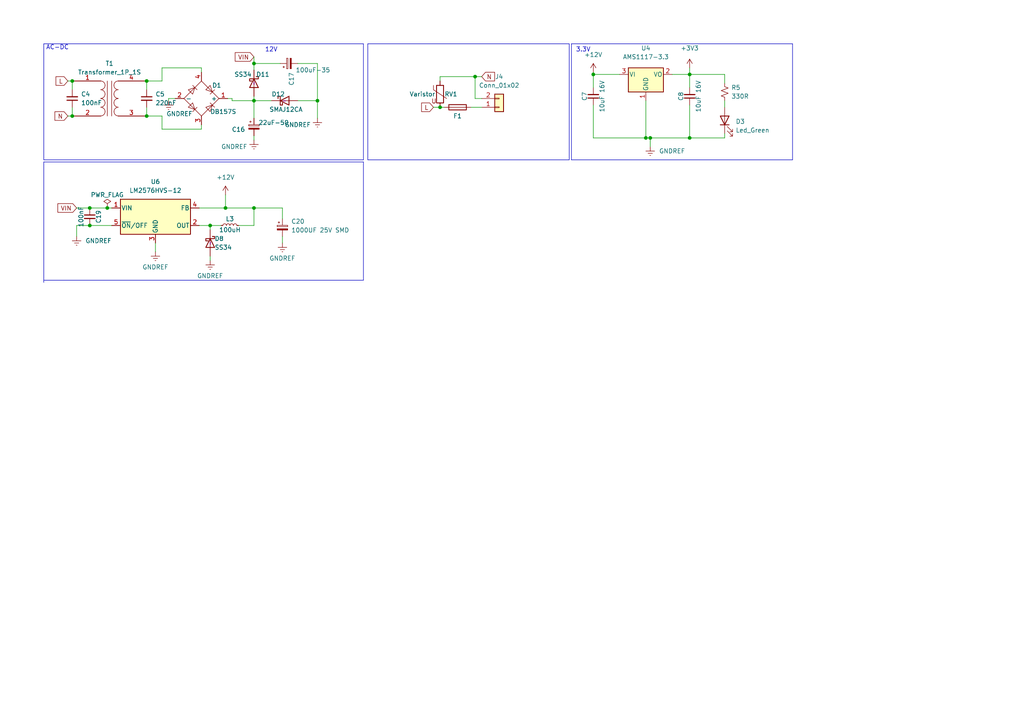
<source format=kicad_sch>
(kicad_sch (version 20230121) (generator eeschema)
  (paper "A4")
  (lib_symbols
    (symbol "Connector_Generic:Conn_01x02" (pin_names (offset 1.016) hide)
      (property "Reference" "J" (at 0 2.54 0))
      (property "Value" "Conn_01x02" (at 0 -5.08 0))
      (symbol "Conn_01x02_1_1"
        (rectangle (start -1.27 -2.413) (end 0 -2.667) (stroke (width 0.1524)))
        (rectangle (start -1.27 0.127) (end 0 -0.127) (stroke (width 0.1524)))
        (rectangle (start -1.27 1.27) (end 1.27 -3.81) (stroke (width 0.254)) (fill (type background)))
        (pin passive line (at -5.08 0 0) (length 3.81) (name "Pin_1") (number "1"))
        (pin passive line (at -5.08 -2.54 0) (length 3.81) (name "Pin_2") (number "2"))
      )
    )
    (symbol "Device:C_Polarized_Small" (pin_numbers hide) (pin_names (offset 0.254) hide)
      (property "Reference" "C" (at 0.254 1.778 0))
      (property "Value" "C_Polarized_Small" (at 0.254 -2.032 0))
      (symbol "C_Polarized_Small_0_1"
        (rectangle (start -1.524 -0.3048) (end 1.524 -0.6858) (fill (type outline)))
        (rectangle (start -1.524 0.6858) (end 1.524 0.3048))
        (polyline (pts (xy -1.27 1.524) (xy -0.762 1.524)))
        (polyline (pts (xy -1.016 1.27) (xy -1.016 1.778)))
      )
      (symbol "C_Polarized_Small_1_1"
        (pin passive line (at 0 2.54 270) (length 1.8542) (name "~") (number "1"))
        (pin passive line (at 0 -2.54 90) (length 1.8542) (name "~") (number "2"))
      )
    )
    (symbol "Device:C_Small" (pin_numbers hide) (pin_names (offset 0.254) hide)
      (property "Reference" "C" (at 0.254 1.778 0))
      (property "Value" "C_Small" (at 0.254 -2.032 0))
      (symbol "C_Small_0_1"
        (polyline (pts (xy -1.524 -0.508) (xy 1.524 -0.508)) (stroke (width 0.3302)))
        (polyline (pts (xy -1.524 0.508) (xy 1.524 0.508)) (stroke (width 0.3048)))
      )
      (symbol "C_Small_1_1"
        (pin passive line (at 0 2.54 270) (length 2.032) (name "~") (number "1"))
        (pin passive line (at 0 -2.54 90) (length 2.032) (name "~") (number "2"))
      )
    )
    (symbol "Device:D_Schottky" (pin_numbers hide) (pin_names (offset 1.016) hide)
      (property "Reference" "D" (at 0 2.54 0))
      (property "Value" "D_Schottky" (at 0 -2.54 0))
      (symbol "D_Schottky_0_1"
        (polyline (pts (xy 1.27 0) (xy -1.27 0)))
        (polyline (pts (xy 1.27 1.27) (xy 1.27 -1.27) (xy -1.27 0) (xy 1.27 1.27)) (stroke (width 0.254)))
        (polyline (pts (xy -1.905 0.635) (xy -1.905 1.27) (xy -1.27 1.27) (xy -1.27 -1.27) (xy -0.635 -1.27) (xy -0.635 -0.635)) (stroke (width 0.254)))
      )
      (symbol "D_Schottky_1_1"
        (pin passive line (at -3.81 0 0) (length 2.54) (name "K") (number "1"))
        (pin passive line (at 3.81 0 180) (length 2.54) (name "A") (number "2"))
      )
    )
    (symbol "Device:Fuse" (pin_numbers hide) (pin_names (offset 0))
      (property "Reference" "F" (at 2.032 0 90))
      (property "Value" "Fuse" (at -1.905 0 90))
      (symbol "Fuse_0_1"
        (rectangle (start -0.762 -2.54) (end 0.762 2.54) (stroke (width 0.254)))
        (polyline (pts (xy 0 2.54) (xy 0 -2.54)))
      )
      (symbol "Fuse_1_1"
        (pin passive line (at 0 3.81 270) (length 1.27) (name "~") (number "1"))
        (pin passive line (at 0 -3.81 90) (length 1.27) (name "~") (number "2"))
      )
    )
    (symbol "Device:LED" (pin_numbers hide) (pin_names (offset 1.016) hide)
      (property "Reference" "D" (at 0 2.54 0))
      (property "Value" "LED" (at 0 -2.54 0))
      (symbol "LED_0_1"
        (polyline (pts (xy -1.27 -1.27) (xy -1.27 1.27)) (stroke (width 0.254)))
        (polyline (pts (xy -1.27 0) (xy 1.27 0)))
        (polyline (pts (xy 1.27 -1.27) (xy 1.27 1.27) (xy -1.27 0) (xy 1.27 -1.27)) (stroke (width 0.254)))
        (polyline (pts (xy -3.048 -0.762) (xy -4.572 -2.286) (xy -3.81 -2.286) (xy -4.572 -2.286) (xy -4.572 -1.524)))
        (polyline (pts (xy -1.778 -0.762) (xy -3.302 -2.286) (xy -2.54 -2.286) (xy -3.302 -2.286) (xy -3.302 -1.524)))
      )
      (symbol "LED_1_1"
        (pin passive line (at -3.81 0 0) (length 2.54) (name "K") (number "1"))
        (pin passive line (at 3.81 0 180) (length 2.54) (name "A") (number "2"))
      )
    )
    (symbol "Device:L_Small" (pin_numbers hide) (pin_names (offset 0.254) hide)
      (property "Reference" "L" (at 0.762 1.016 0))
      (property "Value" "L_Small" (at 0.762 -1.016 0))
      (symbol "L_Small_0_1"
        (arc (start 0 -2.032) (mid 0.5058 -1.524) (end 0 -1.016))
        (arc (start 0 -1.016) (mid 0.5058 -0.508) (end 0 0))
        (arc (start 0 0) (mid 0.5058 0.508) (end 0 1.016))
        (arc (start 0 1.016) (mid 0.5058 1.524) (end 0 2.032))
      )
      (symbol "L_Small_1_1"
        (pin passive line (at 0 2.54 270) (length 0.508) (name "~") (number "1"))
        (pin passive line (at 0 -2.54 90) (length 0.508) (name "~") (number "2"))
      )
    )
    (symbol "Device:R_Small_US" (pin_numbers hide) (pin_names (offset 0.254) hide)
      (property "Reference" "R" (at 0.762 0.508 0))
      (property "Value" "R_Small_US" (at 0.762 -1.016 0))
      (symbol "R_Small_US_1_1"
        (polyline (pts (xy 0 0) (xy 1.016 -0.381) (xy 0 -0.762) (xy -1.016 -1.143) (xy 0 -1.524)))
        (polyline (pts (xy 0 1.524) (xy 1.016 1.143) (xy 0 0.762) (xy -1.016 0.381) (xy 0 0)))
        (pin passive line (at 0 2.54 270) (length 1.016) (name "~") (number "1"))
        (pin passive line (at 0 -2.54 90) (length 1.016) (name "~") (number "2"))
      )
    )
    (symbol "Device:Transformer_1P_1S" (pin_names (offset 1.016) hide)
      (property "Reference" "T" (at 0 6.35 0))
      (property "Value" "Transformer_1P_1S" (at 0 -7.62 0))
      (symbol "Transformer_1P_1S_0_1"
        (arc (start -2.54 -5.0546) (mid -1.6599 -4.6901) (end -1.27 -3.81))
        (arc (start -2.54 -2.5146) (mid -1.6599 -2.1501) (end -1.27 -1.27))
        (arc (start -2.54 0.0254) (mid -1.6599 0.3899) (end -1.27 1.27))
        (arc (start -2.54 2.5654) (mid -1.6599 2.9299) (end -1.27 3.81))
        (arc (start -1.27 -3.81) (mid -1.642 -2.912) (end -2.54 -2.54))
        (arc (start -1.27 -1.27) (mid -1.642 -0.372) (end -2.54 0))
        (arc (start -1.27 1.27) (mid -1.642 2.168) (end -2.54 2.54))
        (arc (start -1.27 3.81) (mid -1.642 4.708) (end -2.54 5.08))
        (polyline (pts (xy -0.635 5.08) (xy -0.635 -5.08)))
        (polyline (pts (xy 0.635 -5.08) (xy 0.635 5.08)))
        (arc (start 1.2954 -1.27) (mid 1.6599 -2.1501) (end 2.54 -2.5146))
        (arc (start 1.2954 1.27) (mid 1.6599 0.3899) (end 2.54 0.0254))
        (arc (start 1.2954 3.81) (mid 1.6599 2.9299) (end 2.54 2.5654))
        (arc (start 1.3208 -3.81) (mid 1.6853 -4.6901) (end 2.5654 -5.0546))
        (arc (start 2.54 0) (mid 1.642 -0.372) (end 1.2954 -1.27))
        (arc (start 2.54 2.54) (mid 1.642 2.168) (end 1.2954 1.27))
        (arc (start 2.54 5.08) (mid 1.642 4.708) (end 1.2954 3.81))
        (arc (start 2.5654 -2.54) (mid 1.6674 -2.912) (end 1.3208 -3.81))
      )
      (symbol "Transformer_1P_1S_1_1"
        (pin passive line (at -10.16 5.08 0) (length 7.62) (name "AA") (number "1"))
        (pin passive line (at -10.16 -5.08 0) (length 7.62) (name "AB") (number "2"))
        (pin passive line (at 10.16 -5.08 180) (length 7.62) (name "SA") (number "3"))
        (pin passive line (at 10.16 5.08 180) (length 7.62) (name "SB") (number "4"))
      )
    )
    (symbol "Device:Varistor" (pin_numbers hide) (pin_names (offset 0))
      (property "Reference" "RV" (at 3.175 0 90))
      (property "Value" "Varistor" (at -3.175 0 90))
      (symbol "Varistor_0_0"
        (text "U" (at -1.778 -2.032 0) (effects (font (size 1.27 1.27))))
      )
      (symbol "Varistor_0_1"
        (rectangle (start -1.016 -2.54) (end 1.016 2.54) (stroke (width 0.254)))
        (polyline (pts (xy -1.905 2.54) (xy -1.905 1.27) (xy 1.905 -1.27)))
      )
      (symbol "Varistor_1_1"
        (pin passive line (at 0 3.81 270) (length 1.27) (name "~") (number "1"))
        (pin passive line (at 0 -3.81 90) (length 1.27) (name "~") (number "2"))
      )
    )
    (symbol "M3SYMBOL:Bridge_Rectifier"
      (property "Reference" "D" (at 5.08 2.54 0))
      (property "Value" "Bridge_Rectifier" (at 7.62 6.35 0))
      (symbol "Bridge_Rectifier_0_1"
        (polyline (pts (xy -2.54 3.81) (xy -1.27 2.54)))
        (polyline (pts (xy -1.27 -2.54) (xy -2.54 -3.81)))
        (polyline (pts (xy 2.54 -1.27) (xy 3.81 -2.54)))
        (polyline (pts (xy 2.54 1.27) (xy 3.81 2.54)))
        (polyline (pts (xy -3.81 2.54) (xy -2.54 1.27) (xy -1.905 3.175) (xy -3.81 2.54)))
        (polyline (pts (xy -2.54 -1.27) (xy -3.81 -2.54) (xy -1.905 -3.175) (xy -2.54 -1.27)))
        (polyline (pts (xy 1.27 2.54) (xy 2.54 3.81) (xy 3.175 1.905) (xy 1.27 2.54)))
        (polyline (pts (xy 3.175 -1.905) (xy 1.27 -2.54) (xy 2.54 -3.81) (xy 3.175 -1.905)))
        (polyline (pts (xy -5.08 0) (xy 0 -5.08) (xy 5.08 0) (xy 0 5.08) (xy -5.08 0)))
      )
      (symbol "Bridge_Rectifier_1_1"
        (pin passive line (at 7.62 0 180) (length 2.54) (name "+") (number "1"))
        (pin passive line (at -7.62 0 0) (length 2.54) (name "-") (number "2"))
        (pin passive line (at 0 -7.62 90) (length 2.54) (name "~") (number "3"))
        (pin passive line (at 0 7.62 270) (length 2.54) (name "~") (number "4"))
      )
    )
    (symbol "PWR_FLAG_1" (power) (pin_numbers hide) (pin_names (offset 0) hide)
      (property "Value" "PWR_FLAG_1" (at 0 3.81 0))
      (symbol "PWR_FLAG_1_0_0"
        (pin power_out line (at 0 0 90) (length 0) (name "pwr") (number "1"))
      )
      (symbol "PWR_FLAG_1_0_1"
        (polyline (pts (xy 0 0) (xy 0 1.27) (xy -1.016 1.905) (xy 0 2.54) (xy 1.016 1.905) (xy 0 1.27)))
      )
    )
    (symbol "Regulator_Linear:LM1117-3.3" (pin_names (offset 0.254))
      (property "Reference" "U" (at -3.81 3.175 0))
      (property "Value" "LM1117-3.3" (at 0 3.175 0))
      (symbol "LM1117-3.3_0_1"
        (rectangle (start -5.08 -5.08) (end 5.08 1.905) (stroke (width 0.254)) (fill (type background)))
      )
      (symbol "LM1117-3.3_1_1"
        (pin power_in line (at 0 -7.62 90) (length 2.54) (name "GND") (number "1"))
        (pin power_out line (at 7.62 0 180) (length 2.54) (name "VO") (number "2"))
        (pin power_in line (at -7.62 0 0) (length 2.54) (name "VI") (number "3"))
      )
    )
    (symbol "Regulator_Switching:LM2576HVS-12" (pin_names (offset 0.254))
      (property "Reference" "U" (at -10.16 6.35 0))
      (property "Value" "LM2576HVS-12" (at 0 6.35 0))
      (symbol "LM2576HVS-12_0_1"
        (rectangle (start -10.16 5.08) (end 10.16 -5.08) (stroke (width 0.254)) (fill (type background)))
      )
      (symbol "LM2576HVS-12_1_1"
        (pin power_in line (at -12.7 2.54 0) (length 2.54) (name "VIN") (number "1"))
        (pin output line (at 12.7 -2.54 180) (length 2.54) (name "OUT") (number "2"))
        (pin power_in line (at 0 -7.62 90) (length 2.54) (name "GND") (number "3"))
        (pin input line (at 12.7 2.54 180) (length 2.54) (name "FB") (number "4"))
        (pin input line (at -12.7 -2.54 0) (length 2.54) (name "~{ON}/OFF") (number "5"))
      )
    )
    (symbol "power:+12V" (power) (pin_names (offset 0))
      (property "Value" "+12V" (at 0 3.556 0))
      (symbol "+12V_0_1"
        (polyline (pts (xy -0.762 1.27) (xy 0 2.54)))
        (polyline (pts (xy 0 0) (xy 0 2.54)))
        (polyline (pts (xy 0 2.54) (xy 0.762 1.27)))
      )
      (symbol "+12V_1_1"
        (pin power_in line (at 0 0 90) (length 0) hide (name "+12V") (number "1"))
      )
    )
    (symbol "power:+3.3V" (power) (pin_names (offset 0))
      (property "Value" "+3.3V" (at 0 3.556 0))
      (symbol "+3.3V_0_1"
        (polyline (pts (xy -0.762 1.27) (xy 0 2.54)))
        (polyline (pts (xy 0 0) (xy 0 2.54)))
        (polyline (pts (xy 0 2.54) (xy 0.762 1.27)))
      )
      (symbol "+3.3V_1_1"
        (pin power_in line (at 0 0 90) (length 0) hide (name "+3V3") (number "1"))
      )
    )
    (symbol "power:GNDREF" (power) (pin_names (offset 0))
      (property "Value" "GNDREF" (at 0 -3.81 0))
      (symbol "GNDREF_0_1"
        (polyline (pts (xy -0.635 -1.905) (xy 0.635 -1.905)))
        (polyline (pts (xy -0.127 -2.54) (xy 0.127 -2.54)))
        (polyline (pts (xy 0 -1.27) (xy 0 0)))
        (polyline (pts (xy 1.27 -1.27) (xy -1.27 -1.27)))
      )
      (symbol "GNDREF_1_1"
        (pin power_in line (at 0 0 270) (length 0) hide (name "GNDREF") (number "1"))
      )
    )
  )
  (junction (at 200.025 40.005))
  (junction (at 188.595 40.005))
  (junction (at 20.955 23.495))
  (junction (at 26.035 65.405))
  (junction (at 73.66 29.21))
  (junction (at 73.66 60.325))
  (junction (at 60.96 65.405))
  (junction (at 137.795 22.225))
  (junction (at 92.075 29.21))
  (junction (at 26.035 60.325))
  (junction (at 31.115 60.325))
  (junction (at 65.405 60.325))
  (junction (at 42.545 33.655))
  (junction (at 187.325 40.005))
  (junction (at 42.545 23.495))
  (junction (at 20.955 33.655))
  (junction (at 127.635 31.115))
  (junction (at 73.66 18.415))
  (junction (at 172.085 21.59))
  (junction (at 200.025 21.59))
  (wire (pts (xy 42.545 23.495) (xy 46.99 23.495)))
  (wire (pts (xy 172.085 40.005) (xy 172.085 30.48)))
  (wire (pts (xy 19.685 23.495) (xy 20.955 23.495)))
  (wire (pts (xy 137.795 22.225) (xy 139.7 22.225)))
  (wire (pts (xy 26.035 65.405) (xy 32.385 65.405)))
  (wire (pts (xy 20.955 23.495) (xy 21.59 23.495)))
  (wire (pts (xy 92.075 18.415) (xy 92.075 29.21)))
  (polyline (pts (xy 106.68 12.7) (xy 165.1 12.7)))
  (wire (pts (xy 210.185 29.21) (xy 210.185 31.115)))
  (wire (pts (xy 45.085 70.485) (xy 45.085 73.025)))
  (wire (pts (xy 58.42 19.685) (xy 58.42 20.955)))
  (polyline (pts (xy 229.87 46.355) (xy 229.87 12.7)))
  (wire (pts (xy 172.085 21.59) (xy 172.085 25.4)))
  (wire (pts (xy 73.66 65.405) (xy 73.66 60.325)))
  (wire (pts (xy 57.785 60.325) (xy 65.405 60.325)))
  (polyline (pts (xy 105.41 81.28) (xy 105.41 46.99)))
  (wire (pts (xy 20.955 33.655) (xy 21.59 33.655)))
  (wire (pts (xy 172.085 21.59) (xy 179.705 21.59)))
  (wire (pts (xy 19.685 33.655) (xy 20.955 33.655)))
  (wire (pts (xy 92.075 29.21) (xy 92.075 34.29)))
  (wire (pts (xy 136.525 31.115) (xy 139.7 31.115)))
  (wire (pts (xy 42.545 23.495) (xy 42.545 26.035)))
  (wire (pts (xy 20.955 31.115) (xy 20.955 33.655)))
  (wire (pts (xy 31.115 60.325) (xy 32.385 60.325)))
  (polyline (pts (xy 106.68 46.355) (xy 165.1 46.355)))
  (wire (pts (xy 46.99 37.465) (xy 58.42 37.465)))
  (wire (pts (xy 42.545 33.655) (xy 46.99 33.655)))
  (wire (pts (xy 41.91 33.655) (xy 42.545 33.655)))
  (wire (pts (xy 86.36 29.21) (xy 92.075 29.21)))
  (polyline (pts (xy 12.7 12.7) (xy 12.7 46.355)))
  (wire (pts (xy 60.96 74.295) (xy 60.96 75.565)))
  (wire (pts (xy 20.955 23.495) (xy 20.955 26.035)))
  (wire (pts (xy 73.66 40.64) (xy 73.66 39.37)))
  (wire (pts (xy 200.025 30.48) (xy 200.025 40.005)))
  (polyline (pts (xy 12.7 46.99) (xy 12.7 81.915)))
  (polyline (pts (xy 106.68 12.7) (xy 106.68 46.355)))
  (wire (pts (xy 188.595 40.005) (xy 187.325 40.005)))
  (polyline (pts (xy 105.41 46.355) (xy 105.41 12.7)))
  (wire (pts (xy 60.96 65.405) (xy 60.96 66.675)))
  (wire (pts (xy 81.915 63.5) (xy 81.915 60.325)))
  (wire (pts (xy 210.185 21.59) (xy 210.185 24.13)))
  (wire (pts (xy 81.915 68.58) (xy 81.915 70.485)))
  (wire (pts (xy 137.795 22.225) (xy 137.795 28.575)))
  (wire (pts (xy 200.025 40.005) (xy 188.595 40.005)))
  (wire (pts (xy 137.795 28.575) (xy 139.7 28.575)))
  (polyline (pts (xy 12.7 12.7) (xy 13.335 12.7)))
  (wire (pts (xy 67.31 29.21) (xy 73.66 29.21)))
  (polyline (pts (xy 12.7 81.28) (xy 105.41 81.28)))
  (wire (pts (xy 125.73 31.115) (xy 127.635 31.115)))
  (wire (pts (xy 200.025 21.59) (xy 200.025 25.4)))
  (wire (pts (xy 210.185 38.735) (xy 210.185 40.005)))
  (wire (pts (xy 73.66 18.415) (xy 73.66 20.32)))
  (wire (pts (xy 73.66 18.415) (xy 81.28 18.415)))
  (wire (pts (xy 172.085 20.955) (xy 172.085 21.59)))
  (polyline (pts (xy 165.735 12.7) (xy 165.735 46.355)))
  (wire (pts (xy 69.215 65.405) (xy 73.66 65.405)))
  (wire (pts (xy 187.325 40.005) (xy 172.085 40.005)))
  (polyline (pts (xy 12.7 46.355) (xy 105.41 46.355)))
  (wire (pts (xy 46.99 23.495) (xy 46.99 19.685)))
  (wire (pts (xy 73.66 29.21) (xy 73.66 34.29)))
  (wire (pts (xy 48.895 28.575) (xy 50.8 28.575)))
  (wire (pts (xy 188.595 40.005) (xy 188.595 42.545)))
  (polyline (pts (xy 165.735 12.7) (xy 229.87 12.7)))
  (wire (pts (xy 187.325 29.21) (xy 187.325 40.005)))
  (wire (pts (xy 65.405 60.325) (xy 73.66 60.325)))
  (polyline (pts (xy 165.735 46.355) (xy 229.87 46.355)))
  (polyline (pts (xy 13.335 12.7) (xy 105.41 12.7)))
  (wire (pts (xy 57.785 65.405) (xy 60.96 65.405)))
  (wire (pts (xy 200.025 21.59) (xy 194.945 21.59)))
  (wire (pts (xy 127.635 31.115) (xy 128.905 31.115)))
  (wire (pts (xy 46.99 33.655) (xy 46.99 37.465)))
  (wire (pts (xy 65.405 56.515) (xy 65.405 60.325)))
  (wire (pts (xy 22.225 65.405) (xy 22.225 68.58)))
  (wire (pts (xy 73.66 29.21) (xy 78.74 29.21)))
  (wire (pts (xy 60.96 65.405) (xy 64.135 65.405)))
  (wire (pts (xy 200.025 19.685) (xy 200.025 21.59)))
  (wire (pts (xy 200.025 21.59) (xy 210.185 21.59)))
  (wire (pts (xy 73.66 27.94) (xy 73.66 29.21)))
  (wire (pts (xy 26.035 60.325) (xy 31.115 60.325)))
  (wire (pts (xy 48.895 29.21) (xy 48.895 28.575)))
  (wire (pts (xy 67.31 29.21) (xy 67.31 28.575)))
  (wire (pts (xy 58.42 36.195) (xy 58.42 37.465)))
  (wire (pts (xy 210.185 40.005) (xy 200.025 40.005)))
  (wire (pts (xy 46.99 19.685) (xy 58.42 19.685)))
  (wire (pts (xy 86.36 18.415) (xy 92.075 18.415)))
  (polyline (pts (xy 165.1 46.355) (xy 165.1 12.7)))
  (wire (pts (xy 22.225 60.325) (xy 26.035 60.325)))
  (wire (pts (xy 41.91 23.495) (xy 42.545 23.495)))
  (wire (pts (xy 73.66 16.51) (xy 73.66 18.415)))
  (wire (pts (xy 127.635 22.225) (xy 137.795 22.225)))
  (wire (pts (xy 22.225 65.405) (xy 26.035 65.405)))
  (wire (pts (xy 127.635 23.495) (xy 127.635 22.225)))
  (wire (pts (xy 42.545 31.115) (xy 42.545 33.655)))
  (polyline (pts (xy 12.7 46.99) (xy 105.41 46.99)))
  (wire (pts (xy 67.31 28.575) (xy 66.04 28.575)))
  (wire (pts (xy 73.66 60.325) (xy 81.915 60.325)))
  (text "AC-DC" (at 13.335 14.605 0) (effects (font (size 1.27 1.27)) (justify left bottom)))
  (text "3.3V" (at 167.005 15.24 0) (effects (font (size 1.27 1.27)) (justify left bottom)))
  (text "12V" (at 76.835 15.24 0) (effects (font (size 1.27 1.27)) (justify left bottom)))
  (global_label "L" (shape input) (at 19.685 23.495 180) (property "Intersheetrefs" "${INTERSHEET_REFS}" (effects hide)))
  (global_label "L" (shape input) (at 125.73 31.115 180) (property "Intersheetrefs" "${INTERSHEET_REFS}" (effects hide)))
  (global_label "N" (shape input) (at 19.685 33.655 180) (property "Intersheetrefs" "${INTERSHEET_REFS}" (effects hide)))
  (global_label "N" (shape input) (at 139.7 22.225 0) (property "Intersheetrefs" "${INTERSHEET_REFS}" (effects hide)))
  (global_label "VIN" (shape input) (at 22.225 60.325 180) (property "Intersheetrefs" "${INTERSHEET_REFS}" (effects hide)))
  (global_label "VIN" (shape input) (at 73.66 16.51 180) (property "Intersheetrefs" "${INTERSHEET_REFS}" (effects hide)))
  (symbol (lib_id "Device:C_Small") (at 42.545 28.575 0) (unit 1)
    (property "Reference" "C5" (at 45.085 27.3112 0) (effects (justify left)))
    (property "Value" "220nF" (at 45.085 29.8512 0) (effects (justify left)))
    (property "Footprint" "Capacitor_THT:C_Rect_L13.0mm_W8.0mm_P10.00mm_FKS3_FKP3_MKS4" (effects hide))
    (property "Link" "https://www.ozdisan.com/pasif-komponentler/kondansatorler/film-kondansatorler/224K310V" (effects hide))
  )
  (symbol (lib_id "power:+12V") (at 65.405 56.515 0) (unit 1)
    (property "Reference" "#PWR060" (effects hide))
    (property "Value" "+12V" (at 65.405 51.435 0))
    (instances (project "3d_sla_printer" (path "" (reference "#PWR060") (unit 1))) (project "esp_automation" (path "" (reference "#PWR042") (unit 1))) (project "Cold_Room_Controller" (path "" (reference "#PWR029") (unit 1))))
  )
  (symbol (lib_id "Device:D_Schottky") (at 73.66 24.13 270) (unit 1)
    (property "Reference" "D11" (at 74.295 21.59 90) (effects (justify left)))
    (property "Value" "SS34" (at 67.945 21.59 90) (effects (justify left)))
    (property "Footprint" "Diode_SMD:D_SMB" (effects hide))
    (property "Datasheet" "~" (at 73.66 24.13 0))
    (property "Link" "SS34" (effects hide))
    (instances (project "esp_automation" (path "" (reference "D11") (unit 1))) (project "Cold_Room_Controller" (path "" (reference "D9") (unit 1))))
  )
  (symbol (lib_id "Device:L_Small") (at 66.675 65.405 90) (unit 1)
    (property "Reference" "L3" (at 66.675 63.5 90))
    (property "Value" "100uH" (at 66.675 66.675 90))
    (property "Footprint" "Inductor_SMD:L_12x12mm_H4.5mm" (effects hide))
    (property "Link" "ALINMAYACAK" (effects hide))
    (instances (project "3d_sla_printer" (path "" (reference "L3") (unit 1))) (project "esp_automation" (path "" (reference "L1") (unit 1))) (project "Cold_Room_Controller" (path "" (reference "L1") (unit 1))))
  )
  (symbol (lib_id "Device:D_Schottky") (at 82.55 29.21 0) (unit 1)
    (property "Reference" "D12" (at 78.74 27.305 0) (effects (justify left)))
    (property "Value" "SMAJ12CA" (at 78.105 31.75 0) (effects (justify left)))
    (property "Footprint" "Diode_SMD:D_SMB" (effects hide))
    (property "Datasheet" "~" (at 82.55 29.21 0))
    (property "Link" "SS34" (effects hide))
  )
  (symbol (lib_id "Device:C_Polarized_Small") (at 83.82 18.415 90) (unit 1)
    (property "Reference" "C17" (at 84.544 20.955 0) (effects (justify right)))
    (property "Value" "100uF-35" (at 85.725 20.32 90) (effects (justify right)))
    (property "Footprint" "Capacitor_SMD:CP_Elec_6.3x7.7" (effects hide))
  )
  (symbol (lib_id "Device:C_Small") (at 200.025 27.94 180) (unit 1)
    (property "Reference" "C8" (at 197.485 27.94 90))
    (property "Value" "10uF 16V" (at 202.565 27.94 90))
    (property "Footprint" "Capacitor_SMD:C_0805_2012Metric" (effects hide))
    (property "LİNK1" "CL21A106KOQNNNE" (effects hide))
  )
  (symbol (lib_id "power:+12V") (at 172.085 20.955 0) (unit 1)
    (property "Reference" "#PWR060" (effects hide))
    (property "Value" "+12V" (at 172.085 15.875 0))
    (instances (project "3d_sla_printer" (path "" (reference "#PWR060") (unit 1))) (project "esp_automation" (path "" (reference "#PWR019") (unit 1))) (project "Cold_Room_Controller" (path "" (reference "#PWR029") (unit 1))))
  )
  (symbol (lib_id "Device:C_Polarized_Small") (at 81.915 66.04 0) (unit 1)
    (property "Reference" "C20" (at 84.455 64.2238 0) (effects (justify left)))
    (property "Value" "1000UF 25V SMD" (at 84.455 66.7638 0) (effects (justify left)))
    (property "Footprint" "Capacitor_SMD:CP_Elec_10x12.6" (effects hide))
    (property "link" "https://www.digikey.com/en/products/detail/panasonic-electronic-components/EEH-ZS1E102UP/14324327" (effects hide))
    (property "link2" "https://www.digikey.com/en/products/detail/panasonic-electronic-components/EEH-ZS1E102UV/14324326" (effects hide))
    (property "linkYakın" "https://ozdisan.com/pasif-komponentler/kondansatorler/aluminyum-kondansatorler/BDS25VC1000MK14TP/455504" (effects hide))
    (instances (project "3d_sla_printer" (path "" (reference "C20") (unit 1))) (project "esp_automation" (path "" (reference "C23") (unit 1))) (project "Cold_Room_Controller" (path "" (reference "C19") (unit 1))))
  )
  (symbol (lib_name "PWR_FLAG_1") (lib_id "power:PWR_FLAG") (at 31.115 60.325 0) (unit 1)
    (property "Reference" "#FLG03" (effects hide))
    (property "Value" "PWR_FLAG" (at 31.115 56.515 0))
    (instances (project "esp_automation" (path "" (reference "#FLG03") (unit 1))) (project "Cold_Room_Controller" (path "" (reference "#FLG02") (unit 1))))
  )
  (symbol (lib_id "Regulator_Linear:LM1117-3.3") (at 187.325 21.59 0) (unit 1)
    (property "Reference" "U4" (at 187.325 13.97 0))
    (property "Value" "AMS1117-3.3" (at 187.325 16.51 0))
    (property "Footprint" "Package_TO_SOT_SMD:SOT-223-3_TabPin2" (effects hide))
    (property "Datasheet" "http://www.ti.com/lit/ds/symlink/lm1117.pdf" (effects hide))
    (property "LİNK1" "https://ozdisan.com/entegre-devreler-ics/guc-entegreleri/lineer-voltaj-regulatorleri/LM1117GS-3-3-HTC" (effects hide))
  )
  (symbol (lib_id "power:GNDREF") (at 188.595 42.545 0) (unit 1)
    (property "Reference" "#PWR024" (effects hide))
    (property "Value" "GNDREF" (at 191.135 43.8149 0) (effects (justify left)))
  )
  (symbol (lib_id "Device:Varistor") (at 127.635 27.305 0) (unit 1)
    (property "Reference" "RV1" (at 128.905 27.305 0) (effects (justify left)))
    (property "Value" "Varistor" (at 118.745 27.305 0) (effects (justify left)))
    (property "Footprint" "Varistor:RV_Disc_D12mm_W5mm_P7.5mm" (effects hide))
  )
  (symbol (lib_id "Device:C_Small") (at 26.035 62.865 0) (unit 1)
    (property "Reference" "C19" (at 28.575 62.865 90))
    (property "Value" "100nF" (at 23.495 62.865 90))
    (property "Footprint" "Capacitor_SMD:C_0805_2012Metric" (effects hide))
    (property "LİNK1" "CL21A106KOQNNNE" (effects hide))
    (instances (project "esp_automation" (path "" (reference "C19") (unit 1))) (project "Cold_Room_Controller" (path "" (reference "C1") (unit 1)) (path "" (reference "C18") (unit 1))))
  )
  (symbol (lib_id "power:+3.3V") (at 200.025 19.685 0) (unit 1)
    (property "Reference" "#PWR025" (effects hide))
    (property "Value" "+3.3V" (at 200.025 13.97 0))
  )
  (symbol (lib_id "power:GNDREF") (at 22.225 68.58 0) (unit 1)
    (property "Reference" "#PWR057" (effects hide))
    (property "Value" "GNDREF" (at 24.765 69.8499 0) (effects (justify left)))
    (instances (project "3d_sla_printer" (path "" (reference "#PWR057") (unit 1))) (project "esp_automation" (path "" (reference "#PWR038") (unit 1))) (project "Cold_Room_Controller" (path "" (reference "#PWR025") (unit 1))))
  )
  (symbol (lib_id "M3SYMBOL:Bridge_Rectifier") (at 58.42 28.575 0) (unit 1)
    (property "Reference" "D1" (at 62.865 24.765 0))
    (property "Value" "DB157S" (at 64.77 32.385 0))
    (property "Footprint" "GOFootprint:DB157S" (effects hide))
  )
  (symbol (lib_id "Device:C_Polarized_Small") (at 73.66 36.83 0) (unit 1)
    (property "Reference" "C16" (at 71.12 37.554 0) (effects (justify right)))
    (property "Value" "22uF-50" (at 83.82 35.56 0) (effects (justify right)))
    (property "Footprint" "Capacitor_SMD:CP_Elec_6.3x7.7" (effects hide))
  )
  (symbol (lib_id "Device:C_Small") (at 172.085 27.94 180) (unit 1)
    (property "Reference" "C7" (at 169.545 27.94 90))
    (property "Value" "10uF 16V" (at 174.625 27.94 90))
    (property "Footprint" "Capacitor_SMD:C_0805_2012Metric" (effects hide))
    (property "LİNK1" "CL21A106KOQNNNE" (effects hide))
  )
  (symbol (lib_id "power:GNDREF") (at 48.895 29.21 0) (unit 1)
    (property "Reference" "#PWR016" (effects hide))
    (property "Value" "GNDREF" (at 48.26 33.02 0) (effects (justify left)))
  )
  (symbol (lib_id "power:GNDREF") (at 81.915 70.485 0) (unit 1)
    (property "Reference" "#PWR061" (effects hide))
    (property "Value" "GNDREF" (at 78.105 74.93 0) (effects (justify left)))
    (instances (project "3d_sla_printer" (path "" (reference "#PWR061") (unit 1))) (project "esp_automation" (path "" (reference "#PWR044") (unit 1))) (project "Cold_Room_Controller" (path "" (reference "#PWR030") (unit 1))))
  )
  (symbol (lib_id "Device:R_Small_US") (at 210.185 26.67 180) (unit 1)
    (property "Reference" "R5" (at 212.09 25.3999 0) (effects (justify right)))
    (property "Value" "330R" (at 212.09 27.9399 0) (effects (justify right)))
    (property "Footprint" "Resistor_SMD:R_0805_2012Metric" (effects hide))
    (property "LİNK1" "https://ozdisan.com/p/smt-smd-ve-cip-direncler-107?sortOrder=priceSK_asc&IsNew=false&IsOpportunity=false&SearchText=3.3K%200603" (effects hide))
  )
  (symbol (lib_id "power:GNDREF") (at 92.075 34.29 0) (unit 1)
    (property "Reference" "#PWR037" (effects hide))
    (property "Value" "GNDREF" (at 82.55 36.195 0) (effects (justify left)))
    (instances (project "esp_automation" (path "" (reference "#PWR037") (unit 1))) (project "Cold_Room_Controller" (path "" (reference "#PWR0107") (unit 1))))
  )
  (symbol (lib_id "power:GNDREF") (at 45.085 73.025 0) (unit 1)
    (property "Reference" "#PWR058" (effects hide))
    (property "Value" "GNDREF" (at 41.275 77.47 0) (effects (justify left)))
    (instances (project "3d_sla_printer" (path "" (reference "#PWR058") (unit 1))) (project "esp_automation" (path "" (reference "#PWR039") (unit 1))) (project "Cold_Room_Controller" (path "" (reference "#PWR026") (unit 1))))
  )
  (symbol (lib_id "Device:Transformer_1P_1S") (at 31.75 28.575 0) (unit 1)
    (property "Reference" "T1" (at 31.7627 18.415 0))
    (property "Value" "Transformer_1P_1S" (at 31.7627 20.955 0))
    (property "Footprint" "GOFootprint:ASLAN 151112" (effects hide))
  )
  (symbol (lib_id "Connector_Generic:Conn_01x02") (at 144.78 31.115 0) (mirror x) (unit 1)
    (property "Reference" "J4" (at 144.78 22.225 0))
    (property "Value" "Conn_01x02" (at 144.78 24.765 0))
    (property "Footprint" "TerminalBlock_Phoenix:TerminalBlock_Phoenix_MKDS-1,5-2-5.08_1x02_P5.08mm_Horizontal" (effects hide))
  )
  (symbol (lib_id "power:GNDREF") (at 60.96 75.565 0) (unit 1)
    (property "Reference" "#PWR059" (effects hide))
    (property "Value" "GNDREF" (at 57.15 80.01 0) (effects (justify left)))
    (instances (project "3d_sla_printer" (path "" (reference "#PWR059") (unit 1))) (project "esp_automation" (path "" (reference "#PWR041") (unit 1))) (project "Cold_Room_Controller" (path "" (reference "#PWR028") (unit 1))))
  )
  (symbol (lib_id "Device:LED") (at 210.185 34.925 90) (unit 1)
    (property "Reference" "D3" (at 213.36 35.2424 90) (effects (justify right)))
    (property "Value" "Led_Green" (at 213.36 37.7824 90) (effects (justify right)))
    (property "Footprint" "LED_SMD:LED_0805_2012Metric" (effects hide))
    (property "LİNK1" "https://ozdisan.com/led-ve-aydinlatma-cozumleri/led-komponentler/sinyal-ledler-renkli/17-21G6C-FM1N2B3T" (effects hide))
  )
  (symbol (lib_id "Device:C_Small") (at 20.955 28.575 180) (unit 1)
    (property "Reference" "C4" (at 23.495 27.2985 0) (effects (justify right)))
    (property "Value" "100nF" (at 23.495 29.8385 0) (effects (justify right)))
    (property "Footprint" "Capacitor_THT:C_Rect_L18.0mm_W6.0mm_P15.00mm_FKS3_FKP3" (effects hide))
    (property "Link" "https://www.ozdisan.com/pasif-komponentler/kondansatorler/film-kondansatorler/C42Q2104K6SA605" (effects hide))
  )
  (symbol (lib_id "Regulator_Switching:LM2576HVS-12") (at 45.085 62.865 0) (unit 1)
    (property "Reference" "U6" (at 45.085 52.705 0))
    (property "Value" "LM2576HVS-12" (at 45.085 55.245 0))
    (property "Footprint" "Package_TO_SOT_SMD:TO-263-5_TabPin3" (effects hide))
    (property "Datasheet" "http://www.ti.com/lit/ds/symlink/lm2576.pdf" (effects hide))
    (instances (project "3d_sla_printer" (path "" (reference "U6") (unit 1))) (project "esp_automation" (path "" (reference "U5") (unit 1))) (project "Cold_Room_Controller" (path "" (reference "U3") (unit 1))))
  )
  (symbol (lib_id "Device:D_Schottky") (at 60.96 70.485 270) (unit 1)
    (property "Reference" "D8" (at 62.23 69.215 90) (effects (justify left)))
    (property "Value" "SS34" (at 62.23 71.755 90) (effects (justify left)))
    (property "Footprint" "Diode_SMD:D_SMC" (effects hide))
    (property "Datasheet" "~" (at 60.96 70.485 0))
    (property "Link" "SS34" (effects hide))
    (instances (project "3d_sla_printer" (path "" (reference "D8") (unit 1))) (project "esp_automation" (path "" (reference "D15") (unit 1))) (project "Cold_Room_Controller" (path "" (reference "D14") (unit 1))))
  )
  (symbol (lib_id "Device:Fuse") (at 132.715 31.115 90) (unit 1)
    (property "Reference" "F1" (at 132.715 33.655 90))
    (property "Value" "MFS1630A - FUSE 6.3A 250V" (effects hide))
    (property "Footprint" "Fuse:Fuse_Littelfuse_395Series" (effects hide))
    (property "LİNK1" "https://ozdisan.com/devre-koruyucular/sigorta-bilesenleri/sigortalar/MFS1630A" (effects hide))
  )
  (symbol (lib_id "power:GNDREF") (at 73.66 40.64 0) (unit 1)
    (property "Reference" "#PWR036" (effects hide))
    (property "Value" "GNDREF" (at 64.135 42.545 0) (effects (justify left)))
    (instances (project "esp_automation" (path "" (reference "#PWR036") (unit 1))) (project "Cold_Room_Controller" (path "" (reference "#PWR0106") (unit 1))))
  )
)
</source>
